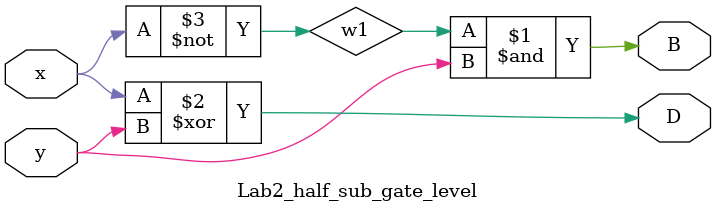
<source format=v>
module Lab2_half_sub_gate_level(output D,B,input x,y);
wire w1;

	not (w1,x);
	and (B,w1,y);
	xor (D,x,y);

endmodule
</source>
